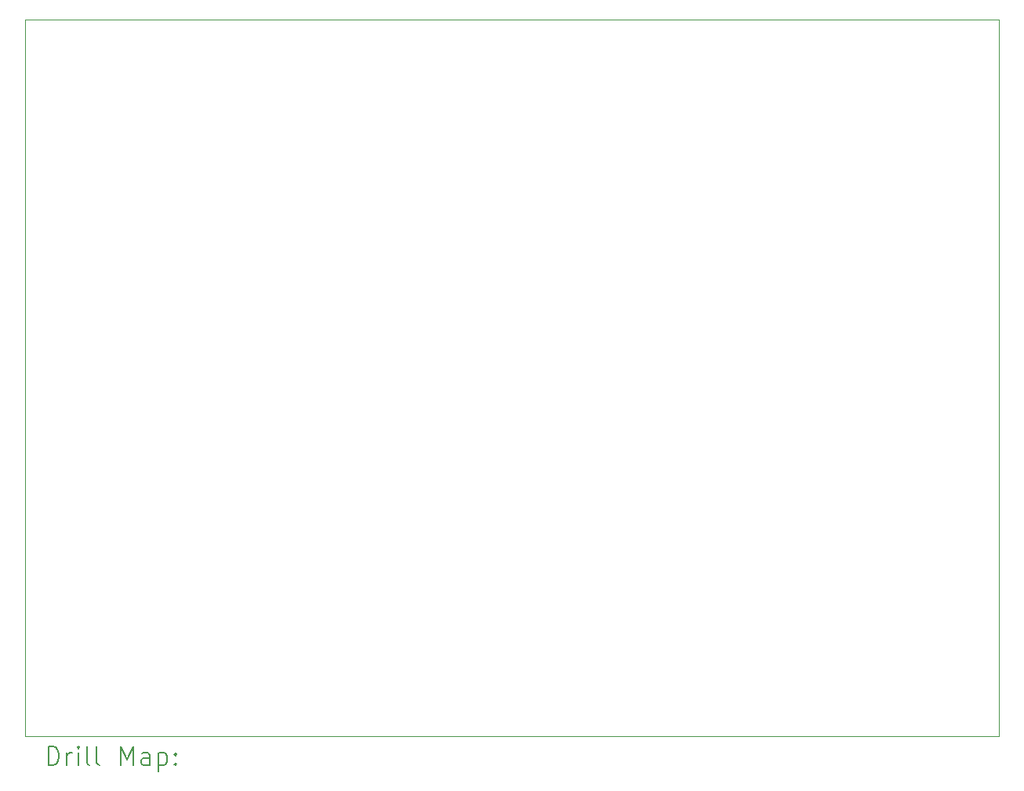
<source format=gbr>
%FSLAX45Y45*%
G04 Gerber Fmt 4.5, Leading zero omitted, Abs format (unit mm)*
G04 Created by KiCad (PCBNEW 6.0.0) date 2022-01-12 20:58:38*
%MOMM*%
%LPD*%
G01*
G04 APERTURE LIST*
%TA.AperFunction,Profile*%
%ADD10C,0.100000*%
%TD*%
%ADD11C,0.200000*%
G04 APERTURE END LIST*
D10*
X13211900Y-2946400D02*
X13211900Y-10693400D01*
X2692400Y-2946400D02*
X13211900Y-2946400D01*
X13211900Y-10693400D02*
X2692400Y-10693400D01*
X2692400Y-10693400D02*
X2692400Y-2946400D01*
D11*
X2945019Y-11008876D02*
X2945019Y-10808876D01*
X2992638Y-10808876D01*
X3021209Y-10818400D01*
X3040257Y-10837448D01*
X3049781Y-10856495D01*
X3059305Y-10894590D01*
X3059305Y-10923162D01*
X3049781Y-10961257D01*
X3040257Y-10980305D01*
X3021209Y-10999352D01*
X2992638Y-11008876D01*
X2945019Y-11008876D01*
X3145019Y-11008876D02*
X3145019Y-10875543D01*
X3145019Y-10913638D02*
X3154543Y-10894590D01*
X3164067Y-10885067D01*
X3183114Y-10875543D01*
X3202162Y-10875543D01*
X3268828Y-11008876D02*
X3268828Y-10875543D01*
X3268828Y-10808876D02*
X3259305Y-10818400D01*
X3268828Y-10827924D01*
X3278352Y-10818400D01*
X3268828Y-10808876D01*
X3268828Y-10827924D01*
X3392638Y-11008876D02*
X3373590Y-10999352D01*
X3364067Y-10980305D01*
X3364067Y-10808876D01*
X3497400Y-11008876D02*
X3478352Y-10999352D01*
X3468828Y-10980305D01*
X3468828Y-10808876D01*
X3725971Y-11008876D02*
X3725971Y-10808876D01*
X3792638Y-10951733D01*
X3859305Y-10808876D01*
X3859305Y-11008876D01*
X4040257Y-11008876D02*
X4040257Y-10904114D01*
X4030733Y-10885067D01*
X4011686Y-10875543D01*
X3973590Y-10875543D01*
X3954543Y-10885067D01*
X4040257Y-10999352D02*
X4021209Y-11008876D01*
X3973590Y-11008876D01*
X3954543Y-10999352D01*
X3945019Y-10980305D01*
X3945019Y-10961257D01*
X3954543Y-10942210D01*
X3973590Y-10932686D01*
X4021209Y-10932686D01*
X4040257Y-10923162D01*
X4135495Y-10875543D02*
X4135495Y-11075543D01*
X4135495Y-10885067D02*
X4154543Y-10875543D01*
X4192638Y-10875543D01*
X4211686Y-10885067D01*
X4221210Y-10894590D01*
X4230733Y-10913638D01*
X4230733Y-10970781D01*
X4221210Y-10989829D01*
X4211686Y-10999352D01*
X4192638Y-11008876D01*
X4154543Y-11008876D01*
X4135495Y-10999352D01*
X4316448Y-10989829D02*
X4325971Y-10999352D01*
X4316448Y-11008876D01*
X4306924Y-10999352D01*
X4316448Y-10989829D01*
X4316448Y-11008876D01*
X4316448Y-10885067D02*
X4325971Y-10894590D01*
X4316448Y-10904114D01*
X4306924Y-10894590D01*
X4316448Y-10885067D01*
X4316448Y-10904114D01*
M02*

</source>
